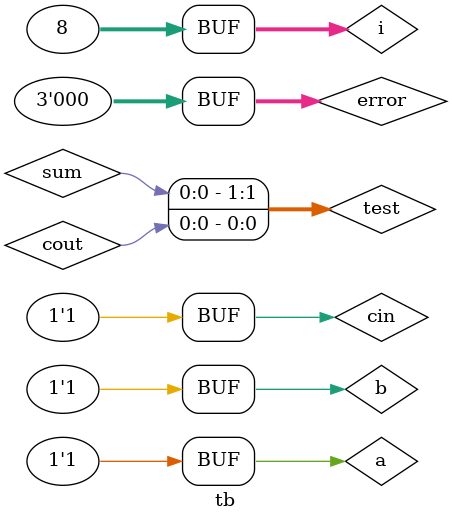
<source format=v>
`timescale 1ns / 1ps


module tb;

reg a,b,cin;
wire sum,cout;
reg [1:0] golden[0:7];
integer i;
reg [2:0]error=0;
wire[1:0]test={sum,cout};

full dut(a,b,cin,sum,cout);

initial
 begin

	golden[0]=2'b00;
	golden[1]=2'b10;
	golden[2]=2'b10;
	golden[3]=2'b01;
	golden[4]=2'b10;
	golden[5]=2'b01;
	golden[6]=2'b01;
	golden[7]=2'b11;
	end
	
initial 
begin

	for(i=0;i<8;i=i+1)
         begin

		{a,b,cin}=i; 
$monitor("%b + %b + %b = %b,%b",a,b,cin,sum,cout);  
#1;

if(golden[i] != test)
begin
    error=error+1;
end
else
    error=error;
    $monitor("%b,%d",golden[i],error);

#10;
end

if(error==0)
    $display("test passe");
else
begin
    $monitor("test fail with %d mismatch",error);
end
end
endmodule


</source>
